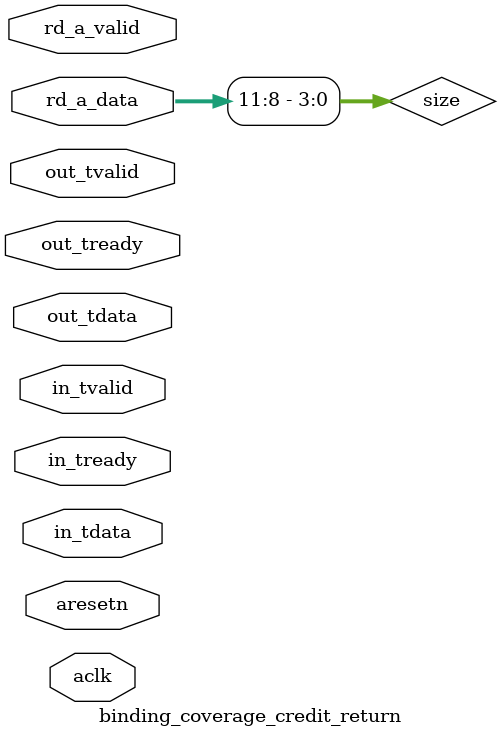
<source format=sv>

`default_nettype none 

`include "defines.svh"

module  binding_coverage_credit_return
  (
    input wire aclk,
    input wire aresetn,

    input wire [7:0]    in_tdata,
    input wire          in_tvalid,
    input wire          in_tready,
  
    input  wire [15:0]  rd_a_data,
    input  wire         rd_a_valid,  

    input wire [15:0]   out_tdata,
    input wire          out_tvalid,
    input wire          out_tready


  );
  

logic [3:0] size;

assign size = rd_a_data[11:8];
  
  
`ifdef COVERAGE

//   wire [3:0] all_cases
//       = { in_tvalid, lower_bits, out_tvalid, out_tready };

  covergroup cvr @ (posedge aclk iff aresetn);
    option.comment      = "Comment for the report: upsizing covergroup";
    option.per_instance = 1;

    // First we check that every signal was toggled

    coverpoint in_tvalid
    {
      bins ivld    = { 1 };
      bins no_ivld = { 0 };
    }
    
    coverpoint in_tready
    {
      bins irdy    = { 1 };
      bins no_irdy = { 0 };
    }
    
    coverpoint out_tvalid
    {
      bins ovld    = { 1 };
      bins no_ovld = { 0 };
    }
    
    coverpoint out_tready
    {
      bins ordy    = { 1 };
      bins no_ordy = { 0 };
    }
    
    // Crosses

    i_vld_rdy: cross in_tvalid, in_tready;
    o_vld_rdy: cross out_tvalid, out_tready;



    rd_size: coverpoint { rd_a_valid, size  };
        
    o_rdy_transitions: coverpoint out_tready
    {
      bins ordy_010             = ( 0 => 1 => 0 );
      bins ordy_101             = ( 1 => 0 => 1 );
      bins ordy_1001            = ( 1 => 0 => 0 => 1 );
      bins ordy_101_or_1001     = ( 1 => 0 => 1 ), ( 1 => 0 => 0 => 1 );
      bins ordy_10001           = ( 1 => 0 [*3] => 1 );
      bins ordy_1_from_3_5_0_1  = ( 1 => 0 [*3:5] => 1 );
    }
    
  endgroup
      
	cvr cg = new ();
      
  
    logic [15:0] ccc;
      
 always @ (posedge aclk)
   ccc <= cg.o_rdy_transitions.get_coverage ();

`endif
      
  
endmodule

`default_nettype wire
</source>
